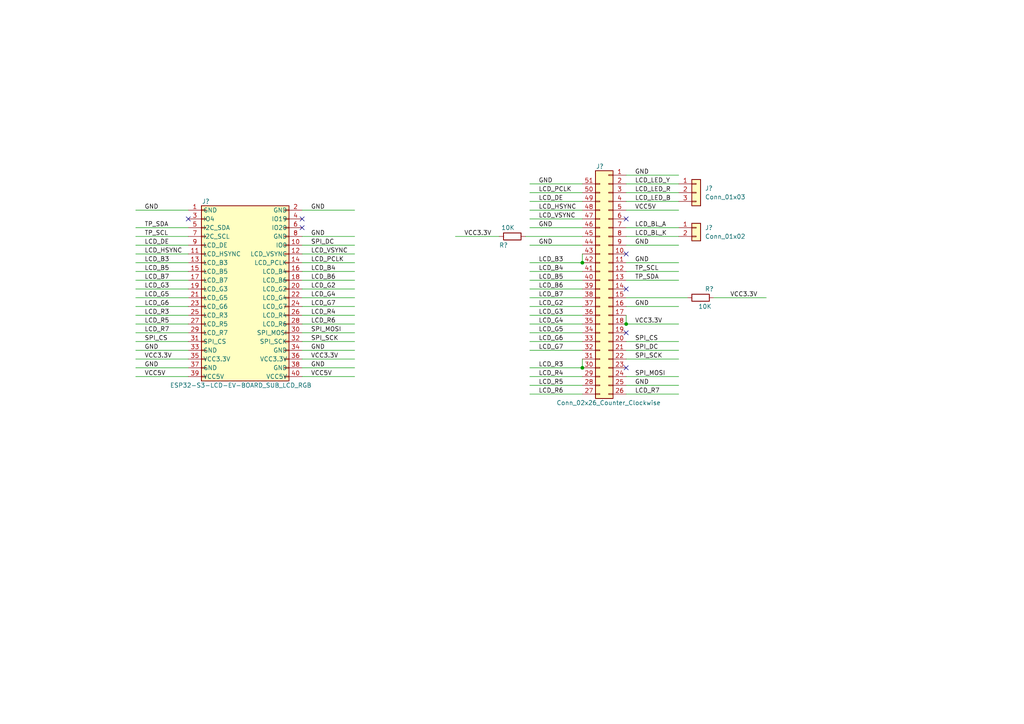
<source format=kicad_sch>
(kicad_sch (version 20211123) (generator eeschema)
  (paper "A4")
  (lib_symbols
    (symbol "Connector_Generic:Conn_01x02" (pin_names (offset 1.016) hide)
      (property "Reference" "J" (at 0 2.54 0))
      (property "Value" "Conn_01x02" (at 0 -5.08 0))
      (symbol "Conn_01x02_1_1"
        (rectangle (start -1.27 -2.413) (end 0 -2.667) (stroke (width 0.1524)))
        (rectangle (start -1.27 0.127) (end 0 -0.127) (stroke (width 0.1524)))
        (rectangle (start -1.27 1.27) (end 1.27 -3.81) (stroke (width 0.254)) (fill (type background)))
        (pin passive line (at -5.08 0 0) (length 3.81) (name "Pin_1") (number "1"))
        (pin passive line (at -5.08 -2.54 0) (length 3.81) (name "Pin_2") (number "2"))
      )
    )
    (symbol "Connector_Generic:Conn_01x03" (pin_names (offset 1.016) hide)
      (property "Reference" "J" (at 0 5.08 0))
      (property "Value" "Conn_01x03" (at 0 -5.08 0))
      (symbol "Conn_01x03_1_1"
        (rectangle (start -1.27 -2.413) (end 0 -2.667) (stroke (width 0.1524)))
        (rectangle (start -1.27 0.127) (end 0 -0.127) (stroke (width 0.1524)))
        (rectangle (start -1.27 2.667) (end 0 2.413) (stroke (width 0.1524)))
        (rectangle (start -1.27 3.81) (end 1.27 -3.81) (stroke (width 0.254)) (fill (type background)))
        (pin passive line (at -5.08 2.54 0) (length 3.81) (name "Pin_1") (number "1"))
        (pin passive line (at -5.08 0 0) (length 3.81) (name "Pin_2") (number "2"))
        (pin passive line (at -5.08 -2.54 0) (length 3.81) (name "Pin_3") (number "3"))
      )
    )
    (symbol "Connector_Generic:Conn_02x26_Counter_Clockwise" (pin_names (offset 1.016) hide)
      (property "Reference" "J?" (at -1.27 36.83 0))
      (property "Value" "Conn_02x26_Counter_Clockwise" (at -1.27 34.29 0))
      (symbol "Conn_02x26_Counter_Clockwise_1_1"
        (rectangle (start -1.27 -32.893) (end 0 -33.147) (stroke (width 0.1524)))
        (rectangle (start -1.27 -30.353) (end 0 -30.607) (stroke (width 0.1524)))
        (rectangle (start -1.27 -27.813) (end 0 -28.067) (stroke (width 0.1524)))
        (rectangle (start -1.27 -25.273) (end 0 -25.527) (stroke (width 0.1524)))
        (rectangle (start -1.27 -22.733) (end 0 -22.987) (stroke (width 0.1524)))
        (rectangle (start -1.27 -20.193) (end 0 -20.447) (stroke (width 0.1524)))
        (rectangle (start -1.27 -17.653) (end 0 -17.907) (stroke (width 0.1524)))
        (rectangle (start -1.27 -15.113) (end 0 -15.367) (stroke (width 0.1524)))
        (rectangle (start -1.27 -12.573) (end 0 -12.827) (stroke (width 0.1524)))
        (rectangle (start -1.27 -10.033) (end 0 -10.287) (stroke (width 0.1524)))
        (rectangle (start -1.27 -7.493) (end 0 -7.747) (stroke (width 0.1524)))
        (rectangle (start -1.27 -4.953) (end 0 -5.207) (stroke (width 0.1524)))
        (rectangle (start -1.27 -2.413) (end 0 -2.667) (stroke (width 0.1524)))
        (rectangle (start -1.27 0.127) (end 0 -0.127) (stroke (width 0.1524)))
        (rectangle (start -1.27 2.667) (end 0 2.413) (stroke (width 0.1524)))
        (rectangle (start -1.27 5.207) (end 0 4.953) (stroke (width 0.1524)))
        (rectangle (start -1.27 7.747) (end 0 7.493) (stroke (width 0.1524)))
        (rectangle (start -1.27 10.287) (end 0 10.033) (stroke (width 0.1524)))
        (rectangle (start -1.27 12.827) (end 0 12.573) (stroke (width 0.1524)))
        (rectangle (start -1.27 15.367) (end 0 15.113) (stroke (width 0.1524)))
        (rectangle (start -1.27 17.907) (end 0 17.653) (stroke (width 0.1524)))
        (rectangle (start -1.27 20.447) (end 0 20.193) (stroke (width 0.1524)))
        (rectangle (start -1.27 22.987) (end 0 22.733) (stroke (width 0.1524)))
        (rectangle (start -1.27 25.527) (end 0 25.273) (stroke (width 0.1524)))
        (rectangle (start -1.27 28.067) (end 0 27.813) (stroke (width 0.1524)))
        (rectangle (start -1.27 30.607) (end 0 30.353) (stroke (width 0.1524)))
        (rectangle (start -1.27 31.75) (end 3.81 -34.29) (stroke (width 0.254)) (fill (type background)))
        (rectangle (start 3.81 -32.893) (end 2.54 -33.147) (stroke (width 0.1524)))
        (rectangle (start 3.81 -30.353) (end 2.54 -30.607) (stroke (width 0.1524)))
        (rectangle (start 3.81 -27.813) (end 2.54 -28.067) (stroke (width 0.1524)))
        (rectangle (start 3.81 -25.273) (end 2.54 -25.527) (stroke (width 0.1524)))
        (rectangle (start 3.81 -22.733) (end 2.54 -22.987) (stroke (width 0.1524)))
        (rectangle (start 3.81 -20.193) (end 2.54 -20.447) (stroke (width 0.1524)))
        (rectangle (start 3.81 -17.653) (end 2.54 -17.907) (stroke (width 0.1524)))
        (rectangle (start 3.81 -15.113) (end 2.54 -15.367) (stroke (width 0.1524)))
        (rectangle (start 3.81 -12.573) (end 2.54 -12.827) (stroke (width 0.1524)))
        (rectangle (start 3.81 -10.033) (end 2.54 -10.287) (stroke (width 0.1524)))
        (rectangle (start 3.81 -7.493) (end 2.54 -7.747) (stroke (width 0.1524)))
        (rectangle (start 3.81 -4.953) (end 2.54 -5.207) (stroke (width 0.1524)))
        (rectangle (start 3.81 -2.413) (end 2.54 -2.667) (stroke (width 0.1524)))
        (rectangle (start 3.81 0.127) (end 2.54 -0.127) (stroke (width 0.1524)))
        (rectangle (start 3.81 2.667) (end 2.54 2.413) (stroke (width 0.1524)))
        (rectangle (start 3.81 5.207) (end 2.54 4.953) (stroke (width 0.1524)))
        (rectangle (start 3.81 7.747) (end 2.54 7.493) (stroke (width 0.1524)))
        (rectangle (start 3.81 10.287) (end 2.54 10.033) (stroke (width 0.1524)))
        (rectangle (start 3.81 12.827) (end 2.54 12.573) (stroke (width 0.1524)))
        (rectangle (start 3.81 15.367) (end 2.54 15.113) (stroke (width 0.1524)))
        (rectangle (start 3.81 17.907) (end 2.54 17.653) (stroke (width 0.1524)))
        (rectangle (start 3.81 20.447) (end 2.54 20.193) (stroke (width 0.1524)))
        (rectangle (start 3.81 22.987) (end 2.54 22.733) (stroke (width 0.1524)))
        (rectangle (start 3.81 25.527) (end 2.54 25.273) (stroke (width 0.1524)))
        (rectangle (start 3.81 28.067) (end 2.54 27.813) (stroke (width 0.1524)))
        (pin passive line (at -5.08 30.48 0) (length 3.81) (name "Pin_1") (number "1"))
        (pin passive line (at -5.08 7.62 0) (length 3.81) (name "Pin_10") (number "10"))
        (pin passive line (at -5.08 5.08 0) (length 3.81) (name "Pin_11") (number "11"))
        (pin passive line (at -5.08 2.54 0) (length 3.81) (name "Pin_12") (number "12"))
        (pin passive line (at -5.08 0 0) (length 3.81) (name "Pin_13") (number "13"))
        (pin passive line (at -5.08 -2.54 0) (length 3.81) (name "Pin_14") (number "14"))
        (pin passive line (at -5.08 -5.08 0) (length 3.81) (name "Pin_15") (number "15"))
        (pin passive line (at -5.08 -7.62 0) (length 3.81) (name "Pin_16") (number "16"))
        (pin passive line (at -5.08 -10.16 0) (length 3.81) (name "Pin_17") (number "17"))
        (pin passive line (at -5.08 -12.7 0) (length 3.81) (name "Pin_18") (number "18"))
        (pin passive line (at -5.08 -15.24 0) (length 3.81) (name "Pin_19") (number "19"))
        (pin passive line (at -5.08 27.94 0) (length 3.81) (name "Pin_2") (number "2"))
        (pin passive line (at -5.08 -17.78 0) (length 3.81) (name "Pin_20") (number "20"))
        (pin passive line (at -5.08 -20.32 0) (length 3.81) (name "Pin_21") (number "21"))
        (pin passive line (at -5.08 -22.86 0) (length 3.81) (name "Pin_22") (number "22"))
        (pin passive line (at -5.08 -25.4 0) (length 3.81) (name "Pin_23") (number "23"))
        (pin passive line (at -5.08 -27.94 0) (length 3.81) (name "Pin_24") (number "24"))
        (pin passive line (at -5.08 -30.48 0) (length 3.81) (name "Pin_25") (number "25"))
        (pin passive line (at -5.08 -33.02 0) (length 3.81) (name "Pin_26") (number "26"))
        (pin passive line (at 7.62 -33.02 180) (length 3.81) (name "Pin_27") (number "27"))
        (pin passive line (at 7.62 -30.48 180) (length 3.81) (name "Pin_28") (number "28"))
        (pin passive line (at 7.62 -27.94 180) (length 3.81) (name "Pin_29") (number "29"))
        (pin passive line (at -5.08 25.4 0) (length 3.81) (name "Pin_3") (number "3"))
        (pin passive line (at 7.62 -25.4 180) (length 3.81) (name "Pin_30") (number "30"))
        (pin passive line (at 7.62 -22.86 180) (length 3.81) (name "Pin_31") (number "31"))
        (pin passive line (at 7.62 -20.32 180) (length 3.81) (name "Pin_32") (number "32"))
        (pin passive line (at 7.62 -17.78 180) (length 3.81) (name "Pin_33") (number "33"))
        (pin passive line (at 7.62 -15.24 180) (length 3.81) (name "Pin_34") (number "34"))
        (pin passive line (at 7.62 -12.7 180) (length 3.81) (name "Pin_35") (number "35"))
        (pin passive line (at 7.62 -10.16 180) (length 3.81) (name "Pin_36") (number "36"))
        (pin passive line (at 7.62 -7.62 180) (length 3.81) (name "Pin_37") (number "37"))
        (pin passive line (at 7.62 -5.08 180) (length 3.81) (name "Pin_38") (number "38"))
        (pin passive line (at 7.62 -2.54 180) (length 3.81) (name "Pin_39") (number "39"))
        (pin passive line (at -5.08 22.86 0) (length 3.81) (name "Pin_4") (number "4"))
        (pin passive line (at 7.62 0 180) (length 3.81) (name "Pin_40") (number "40"))
        (pin passive line (at 7.62 2.54 180) (length 3.81) (name "Pin_41") (number "41"))
        (pin passive line (at 7.62 5.08 180) (length 3.81) (name "Pin_42") (number "42"))
        (pin passive line (at 7.62 7.62 180) (length 3.81) (name "Pin_43") (number "43"))
        (pin passive line (at 7.62 10.16 180) (length 3.81) (name "Pin_44") (number "44"))
        (pin passive line (at 7.62 12.7 180) (length 3.81) (name "Pin_45") (number "45"))
        (pin passive line (at 7.62 15.24 180) (length 3.81) (name "Pin_46") (number "46"))
        (pin passive line (at 7.62 17.78 180) (length 3.81) (name "Pin_47") (number "47"))
        (pin passive line (at 7.62 20.32 180) (length 3.81) (name "Pin_48") (number "48"))
        (pin passive line (at 7.62 22.86 180) (length 3.81) (name "Pin_49") (number "49"))
        (pin passive line (at -5.08 20.32 0) (length 3.81) (name "Pin_5") (number "5"))
        (pin passive line (at 7.62 25.4 180) (length 3.81) (name "Pin_50") (number "50"))
        (pin passive line (at 7.62 27.94 180) (length 3.81) (name "Pin_51") (number "51"))
        (pin passive line (at -5.08 17.78 0) (length 3.81) (name "Pin_6") (number "6"))
        (pin passive line (at -5.08 15.24 0) (length 3.81) (name "Pin_7") (number "7"))
        (pin passive line (at -5.08 12.7 0) (length 3.81) (name "Pin_8") (number "8"))
        (pin passive line (at -5.08 10.16 0) (length 3.81) (name "Pin_9") (number "9"))
      )
    )
    (symbol "Connector_Others:ESP32-S3-LCD-EV-BOARD_SUB_LCD_RGB"
      (property "Reference" "J" (at 0 1.27 0))
      (property "Value" "ESP32-S3-LCD-EV-BOARD_SUB_LCD_RGB" (at 15.24 -53.34 0))
      (symbol "ESP32-S3-LCD-EV-BOARD_SUB_LCD_RGB_1_1"
        (rectangle (start 0 -49.403) (end 1.27 -49.657) (stroke (width 0.1524)))
        (rectangle (start 0 -46.863) (end 1.27 -47.117) (stroke (width 0.1524)))
        (rectangle (start 0 -44.323) (end 1.27 -44.577) (stroke (width 0.1524)))
        (rectangle (start 0 -41.783) (end 1.27 -42.037) (stroke (width 0.1524)))
        (rectangle (start 0 -39.243) (end 1.27 -39.497) (stroke (width 0.1524)))
        (rectangle (start 0 -36.703) (end 1.27 -36.957) (stroke (width 0.1524)))
        (rectangle (start 0 -34.163) (end 1.27 -34.417) (stroke (width 0.1524)))
        (rectangle (start 0 -31.623) (end 1.27 -31.877) (stroke (width 0.1524)))
        (rectangle (start 0 -29.083) (end 1.27 -29.337) (stroke (width 0.1524)))
        (rectangle (start 0 -26.543) (end 1.27 -26.797) (stroke (width 0.1524)))
        (rectangle (start 0 -24.003) (end 1.27 -24.257) (stroke (width 0.1524)))
        (rectangle (start 0 -21.463) (end 1.27 -21.717) (stroke (width 0.1524)))
        (rectangle (start 0 -18.923) (end 1.27 -19.177) (stroke (width 0.1524)))
        (rectangle (start 0 -16.383) (end 1.27 -16.637) (stroke (width 0.1524)))
        (rectangle (start 0 -13.843) (end 1.27 -14.097) (stroke (width 0.1524)))
        (rectangle (start 0 -11.303) (end 1.27 -11.557) (stroke (width 0.1524)))
        (rectangle (start 0 -8.763) (end 1.27 -9.017) (stroke (width 0.1524)))
        (rectangle (start 0 -6.223) (end 1.27 -6.477) (stroke (width 0.1524)))
        (rectangle (start 0 -3.683) (end 1.27 -3.937) (stroke (width 0.1524)))
        (rectangle (start 0 -1.143) (end 1.27 -1.397) (stroke (width 0.1524)))
        (rectangle (start 0 0) (end 25.4 -50.8) (stroke (width 0.254)) (fill (type background)))
        (rectangle (start 25.4 -49.403) (end 24.13 -49.657) (stroke (width 0.1524)))
        (rectangle (start 25.4 -46.863) (end 24.13 -47.117) (stroke (width 0.1524)))
        (rectangle (start 25.4 -44.323) (end 24.13 -44.577) (stroke (width 0.1524)))
        (rectangle (start 25.4 -41.783) (end 24.13 -42.037) (stroke (width 0.1524)))
        (rectangle (start 25.4 -39.243) (end 24.13 -39.497) (stroke (width 0.1524)))
        (rectangle (start 25.4 -36.703) (end 24.13 -36.957) (stroke (width 0.1524)))
        (rectangle (start 25.4 -34.163) (end 24.13 -34.417) (stroke (width 0.1524)))
        (rectangle (start 25.4 -31.623) (end 24.13 -31.877) (stroke (width 0.1524)))
        (rectangle (start 25.4 -29.083) (end 24.13 -29.337) (stroke (width 0.1524)))
        (rectangle (start 25.4 -26.543) (end 24.13 -26.797) (stroke (width 0.1524)))
        (rectangle (start 25.4 -24.003) (end 24.13 -24.257) (stroke (width 0.1524)))
        (rectangle (start 25.4 -21.463) (end 24.13 -21.717) (stroke (width 0.1524)))
        (rectangle (start 25.4 -18.923) (end 24.13 -19.177) (stroke (width 0.1524)))
        (rectangle (start 25.4 -16.383) (end 24.13 -16.637) (stroke (width 0.1524)))
        (rectangle (start 25.4 -13.843) (end 24.13 -14.097) (stroke (width 0.1524)))
        (rectangle (start 25.4 -11.303) (end 24.13 -11.557) (stroke (width 0.1524)))
        (rectangle (start 25.4 -8.763) (end 24.13 -9.017) (stroke (width 0.1524)))
        (rectangle (start 25.4 -6.223) (end 24.13 -6.477) (stroke (width 0.1524)))
        (rectangle (start 25.4 -3.683) (end 24.13 -3.937) (stroke (width 0.1524)))
        (rectangle (start 25.4 -1.143) (end 24.13 -1.397) (stroke (width 0.1524)))
        (pin passive line (at -3.81 -1.27 0) (length 3.81) (name "GND") (number "1"))
        (pin passive line (at 29.21 -11.43 180) (length 3.81) (name "IO0") (number "10"))
        (pin passive line (at -3.81 -13.97 0) (length 3.81) (name "LCD_HSYNC") (number "11"))
        (pin passive line (at 29.21 -13.97 180) (length 3.81) (name "LCD_VSYNC") (number "12"))
        (pin passive line (at -3.81 -16.51 0) (length 3.81) (name "LCD_B3") (number "13"))
        (pin passive line (at 29.21 -16.51 180) (length 3.81) (name "LCD_PCLK") (number "14"))
        (pin passive line (at -3.81 -19.05 0) (length 3.81) (name "LCD_B5") (number "15"))
        (pin passive line (at 29.21 -19.05 180) (length 3.81) (name "LCD_B4") (number "16"))
        (pin passive line (at -3.81 -21.59 0) (length 3.81) (name "LCD_B7") (number "17"))
        (pin passive line (at 29.21 -21.59 180) (length 3.81) (name "LCD_B6") (number "18"))
        (pin passive line (at -3.81 -24.13 0) (length 3.81) (name "LCD_G3") (number "19"))
        (pin passive line (at 29.21 -1.27 180) (length 3.81) (name "GND") (number "2"))
        (pin passive line (at 29.21 -24.13 180) (length 3.81) (name "LCD_G2") (number "20"))
        (pin passive line (at -3.81 -26.67 0) (length 3.81) (name "LCD_G5") (number "21"))
        (pin passive line (at 29.21 -26.67 180) (length 3.81) (name "LCD_G4") (number "22"))
        (pin passive line (at -3.81 -29.21 0) (length 3.81) (name "LCD_G6") (number "23"))
        (pin passive line (at 29.21 -29.21 180) (length 3.81) (name "LCD_G7") (number "24"))
        (pin passive line (at -3.81 -31.75 0) (length 3.81) (name "LCD_R3") (number "25"))
        (pin passive line (at 29.21 -31.75 180) (length 3.81) (name "LCD_R4") (number "26"))
        (pin passive line (at -3.81 -34.29 0) (length 3.81) (name "LCD_R5") (number "27"))
        (pin passive line (at 29.21 -34.29 180) (length 3.81) (name "LCD_R6") (number "28"))
        (pin passive line (at -3.81 -36.83 0) (length 3.81) (name "LCD_R7") (number "29"))
        (pin passive line (at -3.81 -3.81 0) (length 3.81) (name "IO4") (number "3"))
        (pin passive line (at 29.21 -36.83 180) (length 3.81) (name "SPI_MOSI") (number "30"))
        (pin passive line (at -3.81 -39.37 0) (length 3.81) (name "SPI_CS") (number "31"))
        (pin passive line (at 29.21 -39.37 180) (length 3.81) (name "SPI_SCK") (number "32"))
        (pin passive line (at -3.81 -41.91 0) (length 3.81) (name "GND") (number "33"))
        (pin passive line (at 29.21 -41.91 180) (length 3.81) (name "GND") (number "34"))
        (pin passive line (at -3.81 -44.45 0) (length 3.81) (name "VCC3.3V") (number "35"))
        (pin passive line (at 29.21 -44.45 180) (length 3.81) (name "VCC3.3V") (number "36"))
        (pin passive line (at -3.81 -46.99 0) (length 3.81) (name "GND") (number "37"))
        (pin passive line (at 29.21 -46.99 180) (length 3.81) (name "GND") (number "38"))
        (pin passive line (at -3.81 -49.53 0) (length 3.81) (name "VCC5V") (number "39"))
        (pin passive line (at 29.21 -3.81 180) (length 3.81) (name "IO19") (number "4"))
        (pin passive line (at 29.21 -49.53 180) (length 3.81) (name "VCC5V") (number "40"))
        (pin passive line (at -3.81 -6.35 0) (length 3.81) (name "I2C_SDA") (number "5"))
        (pin passive line (at 29.21 -6.35 180) (length 3.81) (name "IO20") (number "6"))
        (pin passive line (at -3.81 -8.89 0) (length 3.81) (name "I2C_SCL") (number "7"))
        (pin passive line (at 29.21 -8.89 180) (length 3.81) (name "GND") (number "8"))
        (pin passive line (at -3.81 -11.43 0) (length 3.81) (name "LCD_DE") (number "9"))
      )
    )
    (symbol "Device:R" (pin_numbers hide) (pin_names (offset 0))
      (property "Reference" "R" (at 2.032 0 90))
      (property "Value" "R" (at 0 0 90))
      (symbol "R_0_1"
        (rectangle (start -1.016 -2.54) (end 1.016 2.54) (stroke (width 0.254)))
      )
      (symbol "R_1_1"
        (pin passive line (at 0 3.81 270) (length 1.27) (name "~") (number "1"))
        (pin passive line (at 0 -3.81 90) (length 1.27) (name "~") (number "2"))
      )
    )
  )
  (junction (at 181.61 93.98))
  (junction (at 168.91 106.68))
  (junction (at 168.91 76.2))
  (no_connect (at 87.63 63.5))
  (no_connect (at 181.61 106.68))
  (no_connect (at 181.61 63.5))
  (no_connect (at 181.61 73.66))
  (no_connect (at 181.61 96.52))
  (no_connect (at 181.61 83.82))
  (no_connect (at 87.63 66.04))
  (no_connect (at 54.61 63.5))
  (wire (pts (xy 152.4 68.58) (xy 168.91 68.58)))
  (wire (pts (xy 87.63 81.28) (xy 102.87 81.28)))
  (wire (pts (xy 181.61 58.42) (xy 196.85 58.42)))
  (wire (pts (xy 39.37 96.52) (xy 54.61 96.52)))
  (wire (pts (xy 153.67 99.06) (xy 168.91 99.06)))
  (wire (pts (xy 87.63 101.6) (xy 102.87 101.6)))
  (wire (pts (xy 87.63 68.58) (xy 102.87 68.58)))
  (wire (pts (xy 181.61 71.12) (xy 196.85 71.12)))
  (wire (pts (xy 87.63 78.74) (xy 102.87 78.74)))
  (wire (pts (xy 153.67 106.68) (xy 168.91 106.68)))
  (wire (pts (xy 181.61 81.28) (xy 196.85 81.28)))
  (wire (pts (xy 153.67 53.34) (xy 168.91 53.34)))
  (wire (pts (xy 39.37 81.28) (xy 54.61 81.28)))
  (wire (pts (xy 181.61 88.9) (xy 196.85 88.9)))
  (wire (pts (xy 153.67 71.12) (xy 168.91 71.12)))
  (wire (pts (xy 39.37 83.82) (xy 54.61 83.82)))
  (wire (pts (xy 87.63 76.2) (xy 102.87 76.2)))
  (wire (pts (xy 181.61 60.96) (xy 196.85 60.96)))
  (wire (pts (xy 153.67 78.74) (xy 168.91 78.74)))
  (wire (pts (xy 153.67 109.22) (xy 168.91 109.22)))
  (wire (pts (xy 153.67 81.28) (xy 168.91 81.28)))
  (wire (pts (xy 181.61 53.34) (xy 196.85 53.34)))
  (wire (pts (xy 168.91 73.66) (xy 168.91 76.2)))
  (wire (pts (xy 153.67 91.44) (xy 168.91 91.44)))
  (wire (pts (xy 39.37 68.58) (xy 54.61 68.58)))
  (wire (pts (xy 39.37 99.06) (xy 54.61 99.06)))
  (wire (pts (xy 181.61 66.04) (xy 196.85 66.04)))
  (wire (pts (xy 39.37 93.98) (xy 54.61 93.98)))
  (wire (pts (xy 39.37 66.04) (xy 54.61 66.04)))
  (wire (pts (xy 181.61 78.74) (xy 196.85 78.74)))
  (wire (pts (xy 153.67 88.9) (xy 168.91 88.9)))
  (wire (pts (xy 132.08 68.58) (xy 144.78 68.58)))
  (wire (pts (xy 39.37 86.36) (xy 54.61 86.36)))
  (wire (pts (xy 87.63 71.12) (xy 102.87 71.12)))
  (wire (pts (xy 181.61 50.8) (xy 196.85 50.8)))
  (wire (pts (xy 181.61 91.44) (xy 181.61 93.98)))
  (wire (pts (xy 39.37 91.44) (xy 54.61 91.44)))
  (wire (pts (xy 181.61 114.3) (xy 196.85 114.3)))
  (wire (pts (xy 181.61 99.06) (xy 196.85 99.06)))
  (wire (pts (xy 181.61 109.22) (xy 196.85 109.22)))
  (wire (pts (xy 87.63 99.06) (xy 102.87 99.06)))
  (wire (pts (xy 207.01 86.36) (xy 222.25 86.36)))
  (wire (pts (xy 153.67 76.2) (xy 168.91 76.2)))
  (wire (pts (xy 153.67 96.52) (xy 168.91 96.52)))
  (wire (pts (xy 181.61 111.76) (xy 196.85 111.76)))
  (wire (pts (xy 153.67 63.5) (xy 168.91 63.5)))
  (wire (pts (xy 153.67 86.36) (xy 168.91 86.36)))
  (wire (pts (xy 181.61 101.6) (xy 196.85 101.6)))
  (wire (pts (xy 87.63 91.44) (xy 102.87 91.44)))
  (wire (pts (xy 39.37 104.14) (xy 54.61 104.14)))
  (wire (pts (xy 199.39 86.36) (xy 181.61 86.36)))
  (wire (pts (xy 181.61 76.2) (xy 196.85 76.2)))
  (wire (pts (xy 87.63 96.52) (xy 102.87 96.52)))
  (wire (pts (xy 39.37 78.74) (xy 54.61 78.74)))
  (wire (pts (xy 153.67 60.96) (xy 168.91 60.96)))
  (wire (pts (xy 153.67 101.6) (xy 168.91 101.6)))
  (wire (pts (xy 87.63 83.82) (xy 102.87 83.82)))
  (wire (pts (xy 153.67 114.3) (xy 168.91 114.3)))
  (wire (pts (xy 87.63 109.22) (xy 102.87 109.22)))
  (wire (pts (xy 87.63 86.36) (xy 102.87 86.36)))
  (wire (pts (xy 153.67 66.04) (xy 168.91 66.04)))
  (wire (pts (xy 153.67 58.42) (xy 168.91 58.42)))
  (wire (pts (xy 87.63 73.66) (xy 102.87 73.66)))
  (wire (pts (xy 87.63 60.96) (xy 102.87 60.96)))
  (wire (pts (xy 39.37 106.68) (xy 54.61 106.68)))
  (wire (pts (xy 153.67 55.88) (xy 168.91 55.88)))
  (wire (pts (xy 39.37 109.22) (xy 54.61 109.22)))
  (wire (pts (xy 87.63 104.14) (xy 102.87 104.14)))
  (wire (pts (xy 87.63 88.9) (xy 102.87 88.9)))
  (wire (pts (xy 87.63 106.68) (xy 102.87 106.68)))
  (wire (pts (xy 39.37 73.66) (xy 54.61 73.66)))
  (wire (pts (xy 168.91 104.14) (xy 168.91 106.68)))
  (wire (pts (xy 181.61 104.14) (xy 196.85 104.14)))
  (wire (pts (xy 181.61 93.98) (xy 196.85 93.98)))
  (wire (pts (xy 153.67 93.98) (xy 168.91 93.98)))
  (wire (pts (xy 39.37 88.9) (xy 54.61 88.9)))
  (wire (pts (xy 39.37 71.12) (xy 54.61 71.12)))
  (wire (pts (xy 39.37 101.6) (xy 54.61 101.6)))
  (wire (pts (xy 87.63 93.98) (xy 102.87 93.98)))
  (wire (pts (xy 181.61 55.88) (xy 196.85 55.88)))
  (wire (pts (xy 153.67 83.82) (xy 168.91 83.82)))
  (wire (pts (xy 153.67 111.76) (xy 168.91 111.76)))
  (wire (pts (xy 39.37 76.2) (xy 54.61 76.2)))
  (wire (pts (xy 39.37 60.96) (xy 54.61 60.96)))
  (wire (pts (xy 181.61 68.58) (xy 196.85 68.58)))
  (label "SPI_SCK" (at 184.15 104.14 0))
  (label "LCD_LED_Y" (at 184.15 53.34 0))
  (label "LCD_R4" (at 90.17 91.44 0))
  (label "LCD_BL_A" (at 184.15 66.04 0))
  (label "GND" (at 156.21 53.34 0))
  (label "LCD_HSYNC" (at 156.21 60.96 0))
  (label "SPI_MOSI" (at 184.15 109.22 0))
  (label "LCD_R7" (at 41.91 96.52 0))
  (label "VCC5V" (at 90.17 109.22 0))
  (label "LCD_G4" (at 156.21 93.98 0))
  (label "SPI_MOSI" (at 90.17 96.52 0))
  (label "LCD_G7" (at 90.17 88.9 0))
  (label "VCC3.3V" (at 134.62 68.58 0))
  (label "LCD_R5" (at 156.21 111.76 0))
  (label "LCD_B7" (at 41.91 81.28 0))
  (label "LCD_B6" (at 90.17 81.28 0))
  (label "LCD_R4" (at 156.21 109.22 0))
  (label "GND" (at 184.15 111.76 0))
  (label "LCD_B5" (at 156.21 81.28 0))
  (label "LCD_HSYNC" (at 41.91 73.66 0))
  (label "LCD_B4" (at 156.21 78.74 0))
  (label "TP_SDA" (at 41.91 66.04 0))
  (label "GND" (at 184.15 76.2 0))
  (label "LCD_R3" (at 41.91 91.44 0))
  (label "GND" (at 184.15 71.12 0))
  (label "GND" (at 184.15 88.9 0))
  (label "LCD_R5" (at 41.91 93.98 0))
  (label "LCD_B6" (at 156.21 83.82 0))
  (label "LCD_G2" (at 90.17 83.82 0))
  (label "LCD_G6" (at 41.91 88.9 0))
  (label "SPI_SCK" (at 90.17 99.06 0))
  (label "LCD_PCLK" (at 90.17 76.2 0))
  (label "SPI_DC" (at 90.17 71.12 0))
  (label "GND" (at 184.15 50.8 0))
  (label "VCC3.3V" (at 90.17 104.14 0))
  (label "LCD_G3" (at 41.91 83.82 0))
  (label "LCD_B7" (at 156.21 86.36 0))
  (label "LCD_B3" (at 156.21 76.2 0))
  (label "GND" (at 156.21 71.12 0))
  (label "LCD_VSYNC" (at 90.17 73.66 0))
  (label "LCD_R3" (at 156.21 106.68 0))
  (label "LCD_G4" (at 90.17 86.36 0))
  (label "GND" (at 156.21 66.04 0))
  (label "LCD_R6" (at 156.21 114.3 0))
  (label "LCD_LED_R" (at 184.15 55.88 0))
  (label "LCD_B4" (at 90.17 78.74 0))
  (label "TP_SDA" (at 184.15 81.28 0))
  (label "TP_SCL" (at 41.91 68.58 0))
  (label "GND" (at 90.17 68.58 0))
  (label "VCC5V" (at 41.91 109.22 0))
  (label "LCD_DE" (at 41.91 71.12 0))
  (label "GND" (at 90.17 106.68 0))
  (label "SPI_CS" (at 41.91 99.06 0))
  (label "LCD_VSYNC" (at 156.21 63.5 0))
  (label "LCD_G3" (at 156.21 91.44 0))
  (label "VCC3.3V" (at 219.71 86.36 180))
  (label "GND" (at 90.17 60.96 0))
  (label "LCD_G6" (at 156.21 99.06 0))
  (label "VCC3.3V" (at 184.15 93.98 0))
  (label "LCD_G2" (at 156.21 88.9 0))
  (label "LCD_G7" (at 156.21 101.6 0))
  (label "VCC3.3V" (at 41.91 104.14 0))
  (label "GND" (at 41.91 106.68 0))
  (label "GND" (at 41.91 101.6 0))
  (label "LCD_DE" (at 156.21 58.42 0))
  (label "LCD_LED_B" (at 184.15 58.42 0))
  (label "SPI_DC" (at 184.15 101.6 0))
  (label "GND" (at 41.91 60.96 0))
  (label "LCD_BL_K" (at 184.15 68.58 0))
  (label "SPI_CS" (at 184.15 99.06 0))
  (label "GND" (at 90.17 101.6 0))
  (label "LCD_B5" (at 41.91 78.74 0))
  (label "LCD_B3" (at 41.91 76.2 0))
  (label "VCC5V" (at 184.15 60.96 0))
  (label "LCD_PCLK" (at 156.21 55.88 0))
  (label "LCD_R6" (at 90.17 93.98 0))
  (label "LCD_G5" (at 156.21 96.52 0))
  (label "LCD_G5" (at 41.91 86.36 0))
  (label "TP_SCL" (at 184.15 78.74 0))
  (label "LCD_R7" (at 184.15 114.3 0))
  (symbol (lib_id "Connector_Generic:Conn_02x26_Counter_Clockwise") (at 176.53 81.28 0) (mirror y) (unit 1)
    (property "Reference" "J?" (at 173.99 48.26 0))
    (property "Value" "Conn_02x26_Counter_Clockwise" (at 176.53 116.84 0))
  )
  (symbol (lib_id "Connector_Others:ESP32-S3-LCD-EV-BOARD_SUB_LCD_RGB") (at 58.42 59.69 0) (unit 1)
    (property "Reference" "J?" (at 59.69 58.42 0))
    (property "Value" "ESP32-S3-LCD-EV-BOARD_SUB_LCD_RGB" (at 69.85 111.76 0))
    (property "Footprint" "Connector_PinSocket_2.54mm:PinSocket_2x20_P2.54mm_Vertical" (effects hide))
  )
  (symbol (lib_id "Connector_Generic:Conn_01x03") (at 201.93 55.88 0) (unit 1)
    (property "Reference" "J?" (at 204.47 54.6099 0) (effects (justify left)))
    (property "Value" "Conn_01x03" (at 204.47 57.1499 0) (effects (justify left)))
  )
  (symbol (lib_id "Connector_Generic:Conn_01x02") (at 201.93 66.04 0) (unit 1)
    (property "Reference" "J?" (at 204.47 66.0399 0) (effects (justify left)))
    (property "Value" "Conn_01x02" (at 204.47 68.5799 0) (effects (justify left)))
  )
  (symbol (lib_id "Device:R") (at 148.59 68.58 270) (unit 1)
    (property "Reference" "R?" (at 146.05 71.12 90))
    (property "Value" "10K" (at 147.32 66.04 90))
  )
  (symbol (lib_id "Device:R") (at 203.2 86.36 90) (unit 1)
    (property "Reference" "R?" (at 205.74 83.82 90))
    (property "Value" "10K" (at 204.47 88.9 90))
  )
)
</source>
